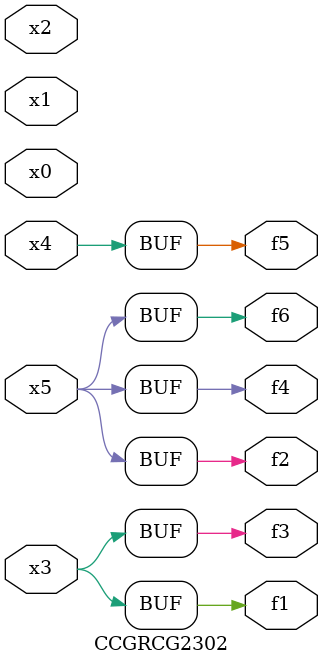
<source format=v>
module CCGRCG2302(
	input x0, x1, x2, x3, x4, x5,
	output f1, f2, f3, f4, f5, f6
);
	assign f1 = x3;
	assign f2 = x5;
	assign f3 = x3;
	assign f4 = x5;
	assign f5 = x4;
	assign f6 = x5;
endmodule

</source>
